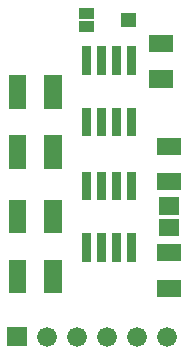
<source format=gbr>
G04 start of page 5 for group -4063 idx -4063 *
G04 Title: (unknown), componentmask *
G04 Creator: pcb 20100929 *
G04 CreationDate: Mon Oct  3 15:02:58 2011 UTC *
G04 For: user1 *
G04 Format: Gerber/RS-274X *
G04 PCB-Dimensions: 200000 300000 *
G04 PCB-Coordinate-Origin: lower left *
%MOIN*%
%FSLAX25Y25*%
%LNFRONTMASK*%
%ADD11C,0.0200*%
%ADD23C,0.0660*%
%ADD24R,0.0572X0.0572*%
%ADD25R,0.0300X0.0300*%
%ADD26R,0.0375X0.0375*%
%ADD27R,0.0375X0.0375*%
%ADD28R,0.0454X0.0454*%
G54D11*G36*
X57700Y127800D02*Y121200D01*
X64300D01*
Y127800D01*
X57700D01*
G37*
G54D23*X71000Y124500D03*
X81000D03*
X91000D03*
X101000D03*
X111000D03*
G54D24*X110319Y187905D02*X112681D01*
X110319Y176095D02*X112681D01*
X111107Y168043D02*X111893D01*
X111107Y160957D02*X111893D01*
X110319Y152405D02*X112681D01*
X110319Y140595D02*X112681D01*
G54D25*X99000Y178000D02*Y171500D01*
X94000Y178000D02*Y171500D01*
X89000Y178000D02*Y171500D01*
X84000Y178000D02*Y171500D01*
Y157500D02*Y151000D01*
X89000Y157500D02*Y151000D01*
X94000Y157500D02*Y151000D01*
X99000Y157500D02*Y151000D01*
G54D24*X61095Y188755D02*Y183245D01*
Y147255D02*Y141745D01*
Y167255D02*Y161745D01*
X72905Y188755D02*Y183245D01*
Y147255D02*Y141745D01*
Y167255D02*Y161745D01*
G54D25*X84000Y199250D02*Y192750D01*
X89000Y199250D02*Y192750D01*
X94000Y199250D02*Y192750D01*
G54D24*X61095Y208755D02*Y203245D01*
X72905Y208755D02*Y203245D01*
G54D25*X99000Y219750D02*Y213250D01*
X94000Y219750D02*Y213250D01*
X89000Y219750D02*Y213250D01*
X84000Y219750D02*Y213250D01*
X99000Y199250D02*Y192750D01*
G54D24*X107819Y222164D02*X110181D01*
X107819Y210354D02*X110181D01*
G54D26*X83440Y232166D02*X84621D01*
G54D27*X83441Y227835D02*X84621D01*
G54D28*X97810Y230001D02*X98204D01*
M02*

</source>
